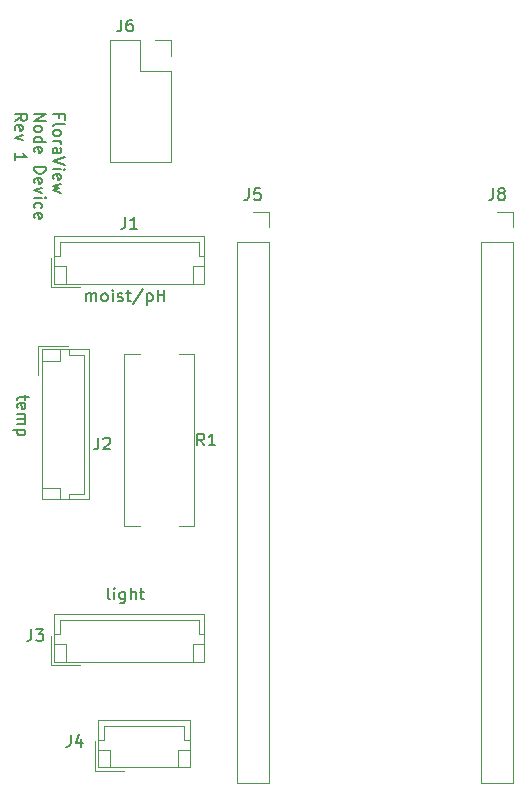
<source format=gbr>
%TF.GenerationSoftware,KiCad,Pcbnew,(6.0.2)*%
%TF.CreationDate,2022-03-02T22:32:20-08:00*%
%TF.ProjectId,node,6e6f6465-2e6b-4696-9361-645f70636258,rev?*%
%TF.SameCoordinates,Original*%
%TF.FileFunction,Legend,Top*%
%TF.FilePolarity,Positive*%
%FSLAX46Y46*%
G04 Gerber Fmt 4.6, Leading zero omitted, Abs format (unit mm)*
G04 Created by KiCad (PCBNEW (6.0.2)) date 2022-03-02 22:32:20*
%MOMM*%
%LPD*%
G01*
G04 APERTURE LIST*
%ADD10C,0.150000*%
%ADD11C,0.120000*%
G04 APERTURE END LIST*
D10*
X50980476Y-84619880D02*
X50885238Y-84572261D01*
X50837619Y-84477023D01*
X50837619Y-83619880D01*
X51361428Y-84619880D02*
X51361428Y-83953214D01*
X51361428Y-83619880D02*
X51313809Y-83667500D01*
X51361428Y-83715119D01*
X51409047Y-83667500D01*
X51361428Y-83619880D01*
X51361428Y-83715119D01*
X52266190Y-83953214D02*
X52266190Y-84762738D01*
X52218571Y-84857976D01*
X52170952Y-84905595D01*
X52075714Y-84953214D01*
X51932857Y-84953214D01*
X51837619Y-84905595D01*
X52266190Y-84572261D02*
X52170952Y-84619880D01*
X51980476Y-84619880D01*
X51885238Y-84572261D01*
X51837619Y-84524642D01*
X51790000Y-84429404D01*
X51790000Y-84143690D01*
X51837619Y-84048452D01*
X51885238Y-84000833D01*
X51980476Y-83953214D01*
X52170952Y-83953214D01*
X52266190Y-84000833D01*
X52742380Y-84619880D02*
X52742380Y-83619880D01*
X53170952Y-84619880D02*
X53170952Y-84096071D01*
X53123333Y-84000833D01*
X53028095Y-83953214D01*
X52885238Y-83953214D01*
X52790000Y-84000833D01*
X52742380Y-84048452D01*
X53504285Y-83953214D02*
X53885238Y-83953214D01*
X53647142Y-83619880D02*
X53647142Y-84477023D01*
X53694761Y-84572261D01*
X53789999Y-84619880D01*
X53885238Y-84619880D01*
X48980476Y-59382380D02*
X48980476Y-58715714D01*
X48980476Y-58810952D02*
X49028095Y-58763333D01*
X49123333Y-58715714D01*
X49266190Y-58715714D01*
X49361428Y-58763333D01*
X49409047Y-58858571D01*
X49409047Y-59382380D01*
X49409047Y-58858571D02*
X49456666Y-58763333D01*
X49551904Y-58715714D01*
X49694761Y-58715714D01*
X49790000Y-58763333D01*
X49837619Y-58858571D01*
X49837619Y-59382380D01*
X50456666Y-59382380D02*
X50361428Y-59334761D01*
X50313809Y-59287142D01*
X50266190Y-59191904D01*
X50266190Y-58906190D01*
X50313809Y-58810952D01*
X50361428Y-58763333D01*
X50456666Y-58715714D01*
X50599523Y-58715714D01*
X50694761Y-58763333D01*
X50742380Y-58810952D01*
X50790000Y-58906190D01*
X50790000Y-59191904D01*
X50742380Y-59287142D01*
X50694761Y-59334761D01*
X50599523Y-59382380D01*
X50456666Y-59382380D01*
X51218571Y-59382380D02*
X51218571Y-58715714D01*
X51218571Y-58382380D02*
X51170952Y-58430000D01*
X51218571Y-58477619D01*
X51266190Y-58430000D01*
X51218571Y-58382380D01*
X51218571Y-58477619D01*
X51647142Y-59334761D02*
X51742380Y-59382380D01*
X51932857Y-59382380D01*
X52028095Y-59334761D01*
X52075714Y-59239523D01*
X52075714Y-59191904D01*
X52028095Y-59096666D01*
X51932857Y-59049047D01*
X51790000Y-59049047D01*
X51694761Y-59001428D01*
X51647142Y-58906190D01*
X51647142Y-58858571D01*
X51694761Y-58763333D01*
X51790000Y-58715714D01*
X51932857Y-58715714D01*
X52028095Y-58763333D01*
X52361428Y-58715714D02*
X52742380Y-58715714D01*
X52504285Y-58382380D02*
X52504285Y-59239523D01*
X52551904Y-59334761D01*
X52647142Y-59382380D01*
X52742380Y-59382380D01*
X53790000Y-58334761D02*
X52932857Y-59620476D01*
X54123333Y-58715714D02*
X54123333Y-59715714D01*
X54123333Y-58763333D02*
X54218571Y-58715714D01*
X54409047Y-58715714D01*
X54504285Y-58763333D01*
X54551904Y-58810952D01*
X54599523Y-58906190D01*
X54599523Y-59191904D01*
X54551904Y-59287142D01*
X54504285Y-59334761D01*
X54409047Y-59382380D01*
X54218571Y-59382380D01*
X54123333Y-59334761D01*
X55028095Y-59382380D02*
X55028095Y-58382380D01*
X55028095Y-58858571D02*
X55599523Y-58858571D01*
X55599523Y-59382380D02*
X55599523Y-58382380D01*
X43814285Y-67351904D02*
X43814285Y-67732857D01*
X44147619Y-67494761D02*
X43290476Y-67494761D01*
X43195238Y-67542380D01*
X43147619Y-67637619D01*
X43147619Y-67732857D01*
X43195238Y-68447142D02*
X43147619Y-68351904D01*
X43147619Y-68161428D01*
X43195238Y-68066190D01*
X43290476Y-68018571D01*
X43671428Y-68018571D01*
X43766666Y-68066190D01*
X43814285Y-68161428D01*
X43814285Y-68351904D01*
X43766666Y-68447142D01*
X43671428Y-68494761D01*
X43576190Y-68494761D01*
X43480952Y-68018571D01*
X43147619Y-68923333D02*
X43814285Y-68923333D01*
X43719047Y-68923333D02*
X43766666Y-68970952D01*
X43814285Y-69066190D01*
X43814285Y-69209047D01*
X43766666Y-69304285D01*
X43671428Y-69351904D01*
X43147619Y-69351904D01*
X43671428Y-69351904D02*
X43766666Y-69399523D01*
X43814285Y-69494761D01*
X43814285Y-69637619D01*
X43766666Y-69732857D01*
X43671428Y-69780476D01*
X43147619Y-69780476D01*
X43814285Y-70256666D02*
X42814285Y-70256666D01*
X43766666Y-70256666D02*
X43814285Y-70351904D01*
X43814285Y-70542380D01*
X43766666Y-70637619D01*
X43719047Y-70685238D01*
X43623809Y-70732857D01*
X43338095Y-70732857D01*
X43242857Y-70685238D01*
X43195238Y-70637619D01*
X43147619Y-70542380D01*
X43147619Y-70351904D01*
X43195238Y-70256666D01*
X46686011Y-43856428D02*
X46686011Y-43523095D01*
X46162202Y-43523095D02*
X47162202Y-43523095D01*
X47162202Y-43999285D01*
X46162202Y-44523095D02*
X46209821Y-44427857D01*
X46305059Y-44380238D01*
X47162202Y-44380238D01*
X46162202Y-45046904D02*
X46209821Y-44951666D01*
X46257440Y-44904047D01*
X46352678Y-44856428D01*
X46638392Y-44856428D01*
X46733630Y-44904047D01*
X46781249Y-44951666D01*
X46828868Y-45046904D01*
X46828868Y-45189761D01*
X46781249Y-45285000D01*
X46733630Y-45332619D01*
X46638392Y-45380238D01*
X46352678Y-45380238D01*
X46257440Y-45332619D01*
X46209821Y-45285000D01*
X46162202Y-45189761D01*
X46162202Y-45046904D01*
X46162202Y-45808809D02*
X46828868Y-45808809D01*
X46638392Y-45808809D02*
X46733630Y-45856428D01*
X46781249Y-45904047D01*
X46828868Y-45999285D01*
X46828868Y-46094523D01*
X46162202Y-46856428D02*
X46686011Y-46856428D01*
X46781249Y-46808809D01*
X46828868Y-46713571D01*
X46828868Y-46523095D01*
X46781249Y-46427857D01*
X46209821Y-46856428D02*
X46162202Y-46761190D01*
X46162202Y-46523095D01*
X46209821Y-46427857D01*
X46305059Y-46380238D01*
X46400297Y-46380238D01*
X46495535Y-46427857D01*
X46543154Y-46523095D01*
X46543154Y-46761190D01*
X46590773Y-46856428D01*
X47162202Y-47189761D02*
X46162202Y-47523095D01*
X47162202Y-47856428D01*
X46162202Y-48189761D02*
X46828868Y-48189761D01*
X47162202Y-48189761D02*
X47114583Y-48142142D01*
X47066963Y-48189761D01*
X47114583Y-48237380D01*
X47162202Y-48189761D01*
X47066963Y-48189761D01*
X46209821Y-49046904D02*
X46162202Y-48951666D01*
X46162202Y-48761190D01*
X46209821Y-48665952D01*
X46305059Y-48618333D01*
X46686011Y-48618333D01*
X46781249Y-48665952D01*
X46828868Y-48761190D01*
X46828868Y-48951666D01*
X46781249Y-49046904D01*
X46686011Y-49094523D01*
X46590773Y-49094523D01*
X46495535Y-48618333D01*
X46828868Y-49427857D02*
X46162202Y-49618333D01*
X46638392Y-49808809D01*
X46162202Y-49999285D01*
X46828868Y-50189761D01*
X44552202Y-43523095D02*
X45552202Y-43523095D01*
X44552202Y-44094523D01*
X45552202Y-44094523D01*
X44552202Y-44713571D02*
X44599821Y-44618333D01*
X44647440Y-44570714D01*
X44742678Y-44523095D01*
X45028392Y-44523095D01*
X45123630Y-44570714D01*
X45171249Y-44618333D01*
X45218868Y-44713571D01*
X45218868Y-44856428D01*
X45171249Y-44951666D01*
X45123630Y-44999285D01*
X45028392Y-45046904D01*
X44742678Y-45046904D01*
X44647440Y-44999285D01*
X44599821Y-44951666D01*
X44552202Y-44856428D01*
X44552202Y-44713571D01*
X44552202Y-45904047D02*
X45552202Y-45904047D01*
X44599821Y-45904047D02*
X44552202Y-45808809D01*
X44552202Y-45618333D01*
X44599821Y-45523095D01*
X44647440Y-45475476D01*
X44742678Y-45427857D01*
X45028392Y-45427857D01*
X45123630Y-45475476D01*
X45171249Y-45523095D01*
X45218868Y-45618333D01*
X45218868Y-45808809D01*
X45171249Y-45904047D01*
X44599821Y-46761190D02*
X44552202Y-46665952D01*
X44552202Y-46475476D01*
X44599821Y-46380238D01*
X44695059Y-46332619D01*
X45076011Y-46332619D01*
X45171249Y-46380238D01*
X45218868Y-46475476D01*
X45218868Y-46665952D01*
X45171249Y-46761190D01*
X45076011Y-46808809D01*
X44980773Y-46808809D01*
X44885535Y-46332619D01*
X44552202Y-47999285D02*
X45552202Y-47999285D01*
X45552202Y-48237380D01*
X45504583Y-48380238D01*
X45409344Y-48475476D01*
X45314106Y-48523095D01*
X45123630Y-48570714D01*
X44980773Y-48570714D01*
X44790297Y-48523095D01*
X44695059Y-48475476D01*
X44599821Y-48380238D01*
X44552202Y-48237380D01*
X44552202Y-47999285D01*
X44599821Y-49380238D02*
X44552202Y-49285000D01*
X44552202Y-49094523D01*
X44599821Y-48999285D01*
X44695059Y-48951666D01*
X45076011Y-48951666D01*
X45171249Y-48999285D01*
X45218868Y-49094523D01*
X45218868Y-49285000D01*
X45171249Y-49380238D01*
X45076011Y-49427857D01*
X44980773Y-49427857D01*
X44885535Y-48951666D01*
X45218868Y-49761190D02*
X44552202Y-49999285D01*
X45218868Y-50237380D01*
X44552202Y-50618333D02*
X45218868Y-50618333D01*
X45552202Y-50618333D02*
X45504583Y-50570714D01*
X45456963Y-50618333D01*
X45504583Y-50665952D01*
X45552202Y-50618333D01*
X45456963Y-50618333D01*
X44599821Y-51523095D02*
X44552202Y-51427857D01*
X44552202Y-51237380D01*
X44599821Y-51142142D01*
X44647440Y-51094523D01*
X44742678Y-51046904D01*
X45028392Y-51046904D01*
X45123630Y-51094523D01*
X45171249Y-51142142D01*
X45218868Y-51237380D01*
X45218868Y-51427857D01*
X45171249Y-51523095D01*
X44599821Y-52332619D02*
X44552202Y-52237380D01*
X44552202Y-52046904D01*
X44599821Y-51951666D01*
X44695059Y-51904047D01*
X45076011Y-51904047D01*
X45171249Y-51951666D01*
X45218868Y-52046904D01*
X45218868Y-52237380D01*
X45171249Y-52332619D01*
X45076011Y-52380238D01*
X44980773Y-52380238D01*
X44885535Y-51904047D01*
X42942202Y-44094523D02*
X43418392Y-43761190D01*
X42942202Y-43523095D02*
X43942202Y-43523095D01*
X43942202Y-43904047D01*
X43894583Y-43999285D01*
X43846963Y-44046904D01*
X43751725Y-44094523D01*
X43608868Y-44094523D01*
X43513630Y-44046904D01*
X43466011Y-43999285D01*
X43418392Y-43904047D01*
X43418392Y-43523095D01*
X42989821Y-44904047D02*
X42942202Y-44808809D01*
X42942202Y-44618333D01*
X42989821Y-44523095D01*
X43085059Y-44475476D01*
X43466011Y-44475476D01*
X43561249Y-44523095D01*
X43608868Y-44618333D01*
X43608868Y-44808809D01*
X43561249Y-44904047D01*
X43466011Y-44951666D01*
X43370773Y-44951666D01*
X43275535Y-44475476D01*
X43608868Y-45285000D02*
X42942202Y-45523095D01*
X43608868Y-45761190D01*
X42942202Y-47427857D02*
X42942202Y-46856428D01*
X42942202Y-47142142D02*
X43942202Y-47142142D01*
X43799344Y-47046904D01*
X43704106Y-46951666D01*
X43656487Y-46856428D01*
%TO.C,J6*%
X51956666Y-35522380D02*
X51956666Y-36236666D01*
X51909047Y-36379523D01*
X51813809Y-36474761D01*
X51670952Y-36522380D01*
X51575714Y-36522380D01*
X52861428Y-35522380D02*
X52670952Y-35522380D01*
X52575714Y-35570000D01*
X52528095Y-35617619D01*
X52432857Y-35760476D01*
X52385238Y-35950952D01*
X52385238Y-36331904D01*
X52432857Y-36427142D01*
X52480476Y-36474761D01*
X52575714Y-36522380D01*
X52766190Y-36522380D01*
X52861428Y-36474761D01*
X52909047Y-36427142D01*
X52956666Y-36331904D01*
X52956666Y-36093809D01*
X52909047Y-35998571D01*
X52861428Y-35950952D01*
X52766190Y-35903333D01*
X52575714Y-35903333D01*
X52480476Y-35950952D01*
X52432857Y-35998571D01*
X52385238Y-36093809D01*
%TO.C,J1*%
X52291249Y-52239880D02*
X52291249Y-52954166D01*
X52243630Y-53097023D01*
X52148392Y-53192261D01*
X52005535Y-53239880D01*
X51910297Y-53239880D01*
X53291249Y-53239880D02*
X52719821Y-53239880D01*
X53005535Y-53239880D02*
X53005535Y-52239880D01*
X52910297Y-52382738D01*
X52815059Y-52477976D01*
X52719821Y-52525595D01*
%TO.C,R1*%
X58967916Y-71579880D02*
X58634583Y-71103690D01*
X58396487Y-71579880D02*
X58396487Y-70579880D01*
X58777440Y-70579880D01*
X58872678Y-70627500D01*
X58920297Y-70675119D01*
X58967916Y-70770357D01*
X58967916Y-70913214D01*
X58920297Y-71008452D01*
X58872678Y-71056071D01*
X58777440Y-71103690D01*
X58396487Y-71103690D01*
X59920297Y-71579880D02*
X59348868Y-71579880D01*
X59634583Y-71579880D02*
X59634583Y-70579880D01*
X59539344Y-70722738D01*
X59444106Y-70817976D01*
X59348868Y-70865595D01*
%TO.C,J8*%
X83432084Y-49809880D02*
X83432084Y-50524166D01*
X83384465Y-50667023D01*
X83289227Y-50762261D01*
X83146370Y-50809880D01*
X83051132Y-50809880D01*
X84051132Y-50238452D02*
X83955894Y-50190833D01*
X83908275Y-50143214D01*
X83860656Y-50047976D01*
X83860656Y-50000357D01*
X83908275Y-49905119D01*
X83955894Y-49857500D01*
X84051132Y-49809880D01*
X84241608Y-49809880D01*
X84336846Y-49857500D01*
X84384465Y-49905119D01*
X84432084Y-50000357D01*
X84432084Y-50047976D01*
X84384465Y-50143214D01*
X84336846Y-50190833D01*
X84241608Y-50238452D01*
X84051132Y-50238452D01*
X83955894Y-50286071D01*
X83908275Y-50333690D01*
X83860656Y-50428928D01*
X83860656Y-50619404D01*
X83908275Y-50714642D01*
X83955894Y-50762261D01*
X84051132Y-50809880D01*
X84241608Y-50809880D01*
X84336846Y-50762261D01*
X84384465Y-50714642D01*
X84432084Y-50619404D01*
X84432084Y-50428928D01*
X84384465Y-50333690D01*
X84336846Y-50286071D01*
X84241608Y-50238452D01*
%TO.C,J5*%
X62752084Y-49809880D02*
X62752084Y-50524166D01*
X62704465Y-50667023D01*
X62609227Y-50762261D01*
X62466370Y-50809880D01*
X62371132Y-50809880D01*
X63704465Y-49809880D02*
X63228275Y-49809880D01*
X63180656Y-50286071D01*
X63228275Y-50238452D01*
X63323513Y-50190833D01*
X63561608Y-50190833D01*
X63656846Y-50238452D01*
X63704465Y-50286071D01*
X63752084Y-50381309D01*
X63752084Y-50619404D01*
X63704465Y-50714642D01*
X63656846Y-50762261D01*
X63561608Y-50809880D01*
X63323513Y-50809880D01*
X63228275Y-50762261D01*
X63180656Y-50714642D01*
%TO.C,J4*%
X47666666Y-96089880D02*
X47666666Y-96804166D01*
X47619047Y-96947023D01*
X47523809Y-97042261D01*
X47380952Y-97089880D01*
X47285714Y-97089880D01*
X48571428Y-96423214D02*
X48571428Y-97089880D01*
X48333333Y-96042261D02*
X48095238Y-96756547D01*
X48714285Y-96756547D01*
%TO.C,J3*%
X44336666Y-87139880D02*
X44336666Y-87854166D01*
X44289047Y-87997023D01*
X44193809Y-88092261D01*
X44050952Y-88139880D01*
X43955714Y-88139880D01*
X44717619Y-87139880D02*
X45336666Y-87139880D01*
X45003333Y-87520833D01*
X45146190Y-87520833D01*
X45241428Y-87568452D01*
X45289047Y-87616071D01*
X45336666Y-87711309D01*
X45336666Y-87949404D01*
X45289047Y-88044642D01*
X45241428Y-88092261D01*
X45146190Y-88139880D01*
X44860476Y-88139880D01*
X44765238Y-88092261D01*
X44717619Y-88044642D01*
%TO.C,J2*%
X50011249Y-70919880D02*
X50011249Y-71634166D01*
X49963630Y-71777023D01*
X49868392Y-71872261D01*
X49725535Y-71919880D01*
X49630297Y-71919880D01*
X50439821Y-71015119D02*
X50487440Y-70967500D01*
X50582678Y-70919880D01*
X50820773Y-70919880D01*
X50916011Y-70967500D01*
X50963630Y-71015119D01*
X51011249Y-71110357D01*
X51011249Y-71205595D01*
X50963630Y-71348452D01*
X50392202Y-71919880D01*
X51011249Y-71919880D01*
D11*
%TO.C,J6*%
X56160000Y-39880000D02*
X56160000Y-47560000D01*
X50960000Y-37280000D02*
X50960000Y-47560000D01*
X50960000Y-37280000D02*
X53560000Y-37280000D01*
X53560000Y-39880000D02*
X56160000Y-39880000D01*
X56160000Y-37280000D02*
X56160000Y-38610000D01*
X50960000Y-47560000D02*
X56160000Y-47560000D01*
X53560000Y-37280000D02*
X53560000Y-39880000D01*
X54830000Y-37280000D02*
X56160000Y-37280000D01*
%TO.C,J1*%
X46264583Y-53877500D02*
X46264583Y-57897500D01*
X58984583Y-53877500D02*
X46264583Y-53877500D01*
X58984583Y-56397500D02*
X57984583Y-56397500D01*
X58484583Y-54377500D02*
X58484583Y-55587500D01*
X46264583Y-56397500D02*
X47264583Y-56397500D01*
X46764583Y-55587500D02*
X46764583Y-54377500D01*
X57984583Y-56397500D02*
X57984583Y-57897500D01*
X58484583Y-55587500D02*
X58984583Y-55587500D01*
X46764583Y-54377500D02*
X58484583Y-54377500D01*
X47264583Y-56397500D02*
X47264583Y-57897500D01*
X58984583Y-57897500D02*
X58984583Y-53877500D01*
X46264583Y-55587500D02*
X46764583Y-55587500D01*
X45964583Y-55697500D02*
X45964583Y-58197500D01*
X46264583Y-57897500D02*
X58984583Y-57897500D01*
X45964583Y-58197500D02*
X48464583Y-58197500D01*
%TO.C,R1*%
X58134583Y-63857500D02*
X58134583Y-78397500D01*
X52194583Y-78397500D02*
X53524583Y-78397500D01*
X56804583Y-63857500D02*
X58134583Y-63857500D01*
X53524583Y-63857500D02*
X52194583Y-63857500D01*
X58134583Y-78397500D02*
X56804583Y-78397500D01*
X52194583Y-63857500D02*
X52194583Y-78397500D01*
%TO.C,J8*%
X82435418Y-100177500D02*
X85095418Y-100177500D01*
X83765418Y-51797500D02*
X85095418Y-51797500D01*
X82435418Y-54397500D02*
X85095418Y-54397500D01*
X85095418Y-51797500D02*
X85095418Y-53127500D01*
X85095418Y-54397500D02*
X85095418Y-100177500D01*
X82435418Y-54397500D02*
X82435418Y-100177500D01*
%TO.C,J5*%
X61755418Y-100177500D02*
X64415418Y-100177500D01*
X63085418Y-51797500D02*
X64415418Y-51797500D01*
X61755418Y-54397500D02*
X64415418Y-54397500D01*
X64415418Y-51797500D02*
X64415418Y-53127500D01*
X64415418Y-54397500D02*
X64415418Y-100177500D01*
X61755418Y-54397500D02*
X61755418Y-100177500D01*
%TO.C,J4*%
X57734583Y-97337500D02*
X56734583Y-97337500D01*
X56734583Y-97337500D02*
X56734583Y-98837500D01*
X50014583Y-98837500D02*
X57734583Y-98837500D01*
X49714583Y-96637500D02*
X49714583Y-99137500D01*
X57734583Y-98837500D02*
X57734583Y-94817500D01*
X50014583Y-96527500D02*
X50514583Y-96527500D01*
X49714583Y-99137500D02*
X52214583Y-99137500D01*
X50014583Y-94817500D02*
X50014583Y-98837500D01*
X57234583Y-96527500D02*
X57734583Y-96527500D01*
X57234583Y-95317500D02*
X57234583Y-96527500D01*
X51014583Y-97337500D02*
X51014583Y-98837500D01*
X50014583Y-97337500D02*
X51014583Y-97337500D01*
X50514583Y-95317500D02*
X57234583Y-95317500D01*
X57734583Y-94817500D02*
X50014583Y-94817500D01*
X50514583Y-96527500D02*
X50514583Y-95317500D01*
%TO.C,J3*%
X46264583Y-85867500D02*
X46264583Y-89887500D01*
X58984583Y-85867500D02*
X46264583Y-85867500D01*
X58984583Y-88387500D02*
X57984583Y-88387500D01*
X58484583Y-86367500D02*
X58484583Y-87577500D01*
X46264583Y-88387500D02*
X47264583Y-88387500D01*
X46764583Y-87577500D02*
X46764583Y-86367500D01*
X57984583Y-88387500D02*
X57984583Y-89887500D01*
X58484583Y-87577500D02*
X58984583Y-87577500D01*
X46764583Y-86367500D02*
X58484583Y-86367500D01*
X47264583Y-88387500D02*
X47264583Y-89887500D01*
X58984583Y-89887500D02*
X58984583Y-85867500D01*
X46264583Y-87577500D02*
X46764583Y-87577500D01*
X45964583Y-87687500D02*
X45964583Y-90187500D01*
X46264583Y-89887500D02*
X58984583Y-89887500D01*
X45964583Y-90187500D02*
X48464583Y-90187500D01*
%TO.C,J2*%
X49254583Y-63437500D02*
X45234583Y-63437500D01*
X49254583Y-76157500D02*
X49254583Y-63437500D01*
X46734583Y-76157500D02*
X46734583Y-75157500D01*
X48754583Y-75657500D02*
X47544583Y-75657500D01*
X46734583Y-63437500D02*
X46734583Y-64437500D01*
X47544583Y-63937500D02*
X48754583Y-63937500D01*
X46734583Y-75157500D02*
X45234583Y-75157500D01*
X47544583Y-75657500D02*
X47544583Y-76157500D01*
X48754583Y-63937500D02*
X48754583Y-75657500D01*
X46734583Y-64437500D02*
X45234583Y-64437500D01*
X45234583Y-76157500D02*
X49254583Y-76157500D01*
X47544583Y-63437500D02*
X47544583Y-63937500D01*
X47434583Y-63137500D02*
X44934583Y-63137500D01*
X45234583Y-63437500D02*
X45234583Y-76157500D01*
X44934583Y-63137500D02*
X44934583Y-65637500D01*
%TD*%
M02*

</source>
